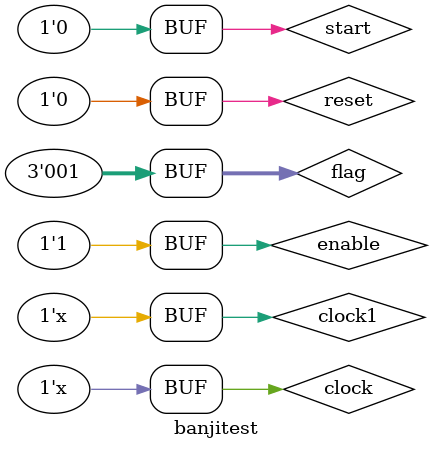
<source format=v>
`timescale 1ns / 1ps


module banjitest;

	// Inputs
	reg reset;
	reg clock1;
	//reg clock;
	reg enable;
	reg start;
	reg [2:0] flag;

	// Outputs
	wire [7:0] d_addr;
	wire [7:0] i_addr;
	wire d_we;
	wire [15:0] d_dataout;
	wire [6:0] a_g;
	wire [3:0] en;

	// Instantiate the Unit Under Test (UUT)
	haha uut (
		.reset(reset), 
		.clock(clock),
		.clock1(clock1), 
		.enable(enable), 
		.start(start), 
		.flag(flag), 
		.d_addr(d_addr), 
		.i_addr(i_addr), 
		.d_we(d_we), 
		.d_dataout(d_dataout), 
		.a_g(a_g), 
		.en(en)
	);


always#1  clock1 = ~clock1; 
always#5  clock = ~clock;
	initial begin
		// Initialize Inputs
		clock1 = 0;
		reset = 0;
		clock = 0;
		//i_datain = 0;
		//d_datain = 0;
		enable = 0;
		start = 0;
		flag = 0;

		// Wait 100 ns for global reset to finish
		#100;

		// Add stimulus here
 $display("pc:idir:regA:regB:regC:dr:dout:w:reC1:gr0 :gr1 :gr2 :gr3 :gr4 :gr5 :gr6 :gr7 :zf:nf:cf");
    $monitor("%h:%h:%h:%h:%h:%h:%h:%h:%h:%h:%h:%h:%h:%h:%h:%h:%h:%h:%h", 
	uut.pc,uut.id_ir, uut.reg_A, uut.reg_B, uut.reg_C,
   	d_addr, d_dataout,d_we, uut.reg_C1, uut.gr[0],uut.gr[1], uut.gr[2], uut.gr[3],uut.gr[4],uut.gr[5],uut.gr[6],uut.gr[7],uut.zf,uut.nf,uut.cf);
	
enable <= 1; 

#10 reset <= 1;start <=1;
#10 reset <= 0;
#10 start <= 0;
#10 flag <= 3'b001;
		// Wait 100 ns for global reset to finish

        
		// Add stimulus here

	end
      
endmodule


</source>
